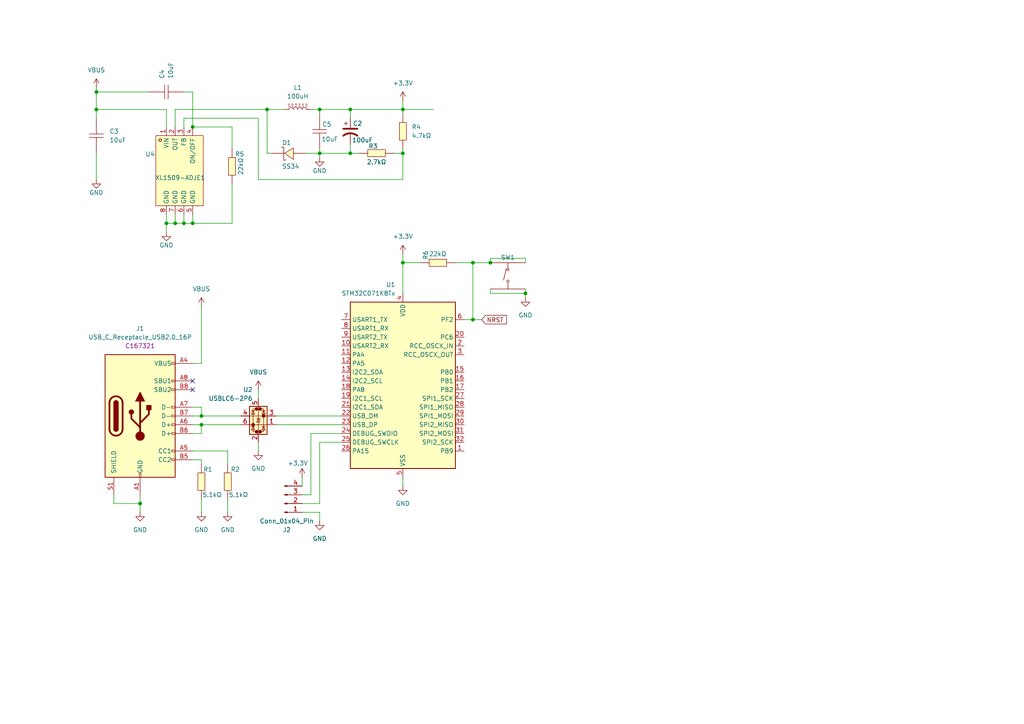
<source format=kicad_sch>
(kicad_sch (version 20250114) (generator "eeschema") (generator_version "9.0")
  (paper "A4")
  (lib_symbols
    (symbol "Connector:Conn_01x04_Pin" (pin_names (offset 1.016) (hide yes))
      (property "Reference" "J" (at 0 5.08 0))
      (property "Value" "Conn_01x04_Pin" (at 0 -7.62 0))
      (symbol "Conn_01x04_Pin_1_1"
        (rectangle (start 0.8636 2.667) (end 0 2.413) (stroke (width 0.1524)) (fill (type outline)))
        (rectangle (start 0.8636 0.127) (end 0 -0.127) (stroke (width 0.1524)) (fill (type outline)))
        (rectangle (start 0.8636 -2.413) (end 0 -2.667) (stroke (width 0.1524)) (fill (type outline)))
        (rectangle (start 0.8636 -4.953) (end 0 -5.207) (stroke (width 0.1524)) (fill (type outline)))
        (polyline (pts (xy 1.27 2.54) (xy 0.8636 2.54)) (stroke (width 0.1524)))
        (polyline (pts (xy 1.27 0) (xy 0.8636 0)) (stroke (width 0.1524)))
        (polyline (pts (xy 1.27 -2.54) (xy 0.8636 -2.54)) (stroke (width 0.1524)))
        (polyline (pts (xy 1.27 -5.08) (xy 0.8636 -5.08)) (stroke (width 0.1524)))
        (pin passive line (at 5.08 2.54 180) (length 3.81) (name "Pin_1") (number "1"))
        (pin passive line (at 5.08 0 180) (length 3.81) (name "Pin_2") (number "2"))
        (pin passive line (at 5.08 -2.54 180) (length 3.81) (name "Pin_3") (number "3"))
        (pin passive line (at 5.08 -5.08 180) (length 3.81) (name "Pin_4") (number "4"))
      )
    )
    (symbol "Device:L_Ferrite" (pin_numbers (hide yes)) (pin_names (offset 1.016) (hide yes))
      (property "Reference" "L" (at -1.27 0 90))
      (property "Value" "L_Ferrite" (at 2.794 0 90))
      (symbol "L_Ferrite_0_1"
        (arc (start 0 2.54) (mid 0.6323 1.905) (end 0 1.27))
        (arc (start 0 1.27) (mid 0.6323 0.635) (end 0 0))
        (arc (start 0 0) (mid 0.6323 -0.635) (end 0 -1.27))
        (arc (start 0 -1.27) (mid 0.6323 -1.905) (end 0 -2.54))
        (polyline (pts (xy 1.016 2.286) (xy 1.016 2.794)))
        (polyline (pts (xy 1.016 1.27) (xy 1.016 1.778)))
        (polyline (pts (xy 1.016 0.254) (xy 1.016 0.762)))
        (polyline (pts (xy 1.016 -0.762) (xy 1.016 -0.254)))
        (polyline (pts (xy 1.016 -1.778) (xy 1.016 -1.27)))
        (polyline (pts (xy 1.016 -2.794) (xy 1.016 -2.286)))
        (polyline (pts (xy 1.524 2.794) (xy 1.524 2.286)))
        (polyline (pts (xy 1.524 1.778) (xy 1.524 1.27)))
        (polyline (pts (xy 1.524 0.762) (xy 1.524 0.254)))
        (polyline (pts (xy 1.524 -0.254) (xy 1.524 -0.762)))
        (polyline (pts (xy 1.524 -1.27) (xy 1.524 -1.778)))
        (polyline (pts (xy 1.524 -2.286) (xy 1.524 -2.794)))
      )
      (symbol "L_Ferrite_1_1"
        (pin passive line (at 0 3.81 270) (length 1.27) (name "1") (number "1"))
        (pin passive line (at 0 -3.81 90) (length 1.27) (name "2") (number "2"))
      )
    )
    (symbol "MCU_ST_STM32C0:STM32C071K8Tx"
      (property "Reference" "U1" (at 2.1433 30.48 0))
      (property "Value" "STM32C071K8Tx" (at 2.1433 27.94 0))
      (symbol "STM32C071K8Tx_0_1"
        (rectangle (start -15.24 25.4) (end 15.24 -22.86) (stroke (width 0.254)) (fill (type background)))
      )
      (symbol "STM32C071K8Tx_1_1"
        (pin bidirectional line (at -17.78 20.32 0) (length 2.54) (name "PF2") (number "6") (alternate "" input line))
        (pin bidirectional line (at -17.78 15.24 0) (length 2.54) (name "PC6") (number "20"))
        (pin bidirectional line (at -17.78 12.7 0) (length 2.54) (name "PC14") (number "2") (alternate "I2C1_SDA" bidirectional line) (alternate "RCC_OSCX_IN" bidirectional line) (alternate "USART1_TX" bidirectional line))
        (pin bidirectional line (at -17.78 10.16 0) (length 2.54) (name "PC15") (number "3") (alternate "RCC_OSCX_OUT" bidirectional line))
        (pin bidirectional line (at -17.78 5.08 0) (length 2.54) (name "PB0") (number "15"))
        (pin bidirectional line (at -17.78 2.54 0) (length 2.54) (name "PB1") (number "16"))
        (pin bidirectional line (at -17.78 0 0) (length 2.54) (name "PB2") (number "17") (alternate "SPI2_MISO" bidirectional line) (alternate "USART1_RX" bidirectional line))
        (pin bidirectional line (at -17.78 -2.54 0) (length 2.54) (name "PB3") (number "27") (alternate "I2C2_SCL" bidirectional line) (alternate "SPI1_SCK" bidirectional line))
        (pin bidirectional line (at -17.78 -5.08 0) (length 2.54) (name "PB4") (number "28") (alternate "I2C2_SDA" bidirectional line) (alternate "SPI1_MISO" bidirectional line))
        (pin bidirectional line (at -17.78 -7.62 0) (length 2.54) (name "PB5") (number "29") (alternate "SPI1_MOSI" bidirectional line))
        (pin bidirectional line (at -17.78 -10.16 0) (length 2.54) (name "PB6") (number "30") (alternate "I2C1_SCL" bidirectional line) (alternate "SPI1_MISO" bidirectional line) (alternate "SPI1_MOSI" bidirectional line) (alternate "SPI1_SCK" bidirectional line) (alternate "SPI2_MISO" bidirectional line) (alternate "USART1_TX" bidirectional line))
        (pin bidirectional line (at -17.78 -12.7 0) (length 2.54) (name "PB7") (number "31") (alternate "I2C1_SCL" bidirectional line) (alternate "I2C1_SDA" bidirectional line) (alternate "SPI2_MOSI" bidirectional line) (alternate "USART1_RX" bidirectional line))
        (pin bidirectional line (at -17.78 -15.24 0) (length 2.54) (name "PB8") (number "32") (alternate "I2C1_SCL" bidirectional line) (alternate "SPI2_SCK" bidirectional line))
        (pin bidirectional line (at -17.78 -17.78 0) (length 2.54) (name "PB9") (number "1") (alternate "I2C1_SDA" bidirectional line))
        (pin power_in line (at 0 27.94 270) (length 2.54) (name "VDD") (number "4"))
        (pin power_in line (at 0 -25.4 90) (length 2.54) (name "VSS") (number "5"))
        (pin bidirectional line (at 17.78 20.32 180) (length 2.54) (name "PA0") (number "7") (alternate "SPI2_SCK" bidirectional line) (alternate "USART1_TX" bidirectional line))
        (pin bidirectional line (at 17.78 17.78 180) (length 2.54) (name "PA1") (number "8") (alternate "SPI1_SCK" bidirectional line) (alternate "USART1_RX" bidirectional line))
        (pin bidirectional line (at 17.78 15.24 180) (length 2.54) (name "PA2") (number "9") (alternate "SPI1_MOSI" bidirectional line) (alternate "USART2_TX" bidirectional line))
        (pin bidirectional line (at 17.78 12.7 180) (length 2.54) (name "PA3") (number "10") (alternate "SPI2_MISO" bidirectional line) (alternate "USART2_RX" bidirectional line))
        (pin bidirectional line (at 17.78 10.16 180) (length 2.54) (name "PA4") (number "11") (alternate "SPI2_MOSI" bidirectional line) (alternate "USART2_TX" bidirectional line))
        (pin bidirectional line (at 17.78 7.62 180) (length 2.54) (name "PA5") (number "12") (alternate "SPI1_SCK" bidirectional line) (alternate "USART2_RX" bidirectional line))
        (pin bidirectional line (at 17.78 5.08 180) (length 2.54) (name "PA6") (number "13") (alternate "I2C2_SDA" bidirectional line) (alternate "SPI1_MISO" bidirectional line))
        (pin bidirectional line (at 17.78 2.54 180) (length 2.54) (name "PA7") (number "14") (alternate "I2C2_SCL" bidirectional line) (alternate "SPI1_MOSI" bidirectional line))
        (pin bidirectional line (at 17.78 0 180) (length 2.54) (name "PA8") (number "18") (alternate "SPI2_MISO" bidirectional line) (alternate "USART1_RX" bidirectional line) (alternate "USART2_TX" bidirectional line))
        (pin bidirectional line (at 17.78 -2.54 180) (length 2.54) (name "PA9") (number "19") (alternate "I2C1_SCL" bidirectional line) (alternate "I2C2_SCL" bidirectional line) (alternate "SPI2_MISO" bidirectional line) (alternate "USART1_TX" bidirectional line))
        (pin bidirectional line (at 17.78 -5.08 180) (length 2.54) (name "PA10") (number "21") (alternate "I2C1_SDA" bidirectional line) (alternate "I2C2_SDA" bidirectional line) (alternate "SPI2_MOSI" bidirectional line) (alternate "USART1_RX" bidirectional line))
        (pin bidirectional line (at 17.78 -7.62 180) (length 2.54) (name "PA11") (number "22") (alternate "I2C2_SCL" bidirectional line) (alternate "SPI1_MISO" bidirectional line) (alternate "USB_DM" bidirectional line))
        (pin bidirectional line (at 17.78 -10.16 180) (length 2.54) (name "PA12") (number "23") (alternate "I2C2_SDA" bidirectional line) (alternate "SPI1_MOSI" bidirectional line) (alternate "USB_DP" bidirectional line))
        (pin bidirectional line (at 17.78 -12.7 180) (length 2.54) (name "PA13") (number "24") (alternate "DEBUG_SWDIO" bidirectional line) (alternate "USART2_RX" bidirectional line))
        (pin bidirectional line (at 17.78 -15.24 180) (length 2.54) (name "PA14") (number "25") (alternate "DEBUG_SWCLK" bidirectional line) (alternate "USART2_RX" bidirectional line) (alternate "USART2_TX" bidirectional line))
        (pin bidirectional line (at 17.78 -17.78 180) (length 2.54) (name "PA15") (number "26") (alternate "USART2_RX" bidirectional line))
      )
    )
    (symbol "Power_Protection:USBLC6-2P6" (pin_names (hide yes))
      (property "Reference" "U2" (at 1.6511 7.62 0))
      (property "Value" "USBLC6-2P6" (at 1.6511 5.08 0))
      (symbol "USBLC6-2P6_0_0"
        (circle (center -1.524 0) (radius 0.0001) (stroke (width 0.508)))
        (circle (center -0.508 2.032) (radius 0.0001) (stroke (width 0.508)))
        (circle (center -0.508 -4.572) (radius 0.0001) (stroke (width 0.508)))
        (circle (center 0.508 2.032) (radius 0.0001) (stroke (width 0.508)))
        (circle (center 0.508 -4.572) (radius 0.0001) (stroke (width 0.508)))
        (circle (center 1.524 -2.54) (radius 0.0001) (stroke (width 0.508)))
      )
      (symbol "USBLC6-2P6_0_1"
        (polyline (pts (xy -2.54 0) (xy 2.54 0)))
        (polyline (pts (xy -2.54 -2.54) (xy 2.54 -2.54)))
        (polyline (pts (xy -2.032 0.508) (xy -1.016 0.508) (xy -1.524 1.524) (xy -2.032 0.508)))
        (polyline (pts (xy -2.032 -3.048) (xy -1.016 -3.048)))
        (polyline (pts (xy -1.016 1.524) (xy -2.032 1.524)))
        (polyline (pts (xy -1.016 -4.064) (xy -2.032 -4.064) (xy -1.524 -3.048) (xy -1.016 -4.064)))
        (polyline (pts (xy -0.508 -1.143) (xy -0.508 -0.762) (xy 0.508 -0.762)))
        (polyline (pts (xy 0 2.54) (xy -0.508 2.032) (xy 0.508 2.032) (xy 0 1.524) (xy 0 -4.064) (xy -0.508 -4.572) (xy 0.508 -4.572) (xy 0 -5.08)))
        (polyline (pts (xy 0.508 -1.778) (xy -0.508 -1.778) (xy 0 -0.762) (xy 0.508 -1.778)))
        (polyline (pts (xy 1.016 1.524) (xy 2.032 1.524)))
        (polyline (pts (xy 1.016 -3.048) (xy 2.032 -3.048)))
        (polyline (pts (xy 2.032 0.508) (xy 1.016 0.508) (xy 1.524 1.524) (xy 2.032 0.508)))
        (polyline (pts (xy 2.032 -4.064) (xy 1.016 -4.064) (xy 1.524 -3.048) (xy 2.032 -4.064)))
      )
      (symbol "USBLC6-2P6_1_1"
        (rectangle (start -2.54 2.794) (end 2.54 -5.334) (stroke (width 0.254)) (fill (type background)))
        (polyline (pts (xy -0.508 2.032) (xy -1.524 2.032) (xy -1.524 -4.572) (xy -0.508 -4.572)))
        (polyline (pts (xy 0.508 -4.572) (xy 1.524 -4.572) (xy 1.524 2.032) (xy 0.508 2.032)))
        (pin passive line (at -5.08 0 0) (length 2.54) (name "I/O2") (number "3"))
        (pin passive line (at -5.08 -2.54 0) (length 2.54) (name "I/O1") (number "1"))
        (pin passive line (at 0 5.08 270) (length 2.54) (name "VBUS") (number "5"))
        (pin passive line (at 0 -7.62 90) (length 2.54) (name "GND") (number "2"))
        (pin passive line (at 5.08 0 180) (length 2.54) (name "I/O2") (number "4"))
        (pin passive line (at 5.08 -2.54 180) (length 2.54) (name "I/O1") (number "6"))
      )
    )
    (symbol "jlcbasic:100uF-Tantalum" (pin_numbers (hide yes)) (pin_names (hide yes))
      (property "Reference" "C" (at 0 3.302 0))
      (property "Value" "100uF" (at 0 -3.302 0))
      (symbol "100uF-Tantalum_0_1"
        (polyline (pts (xy -2.032 0.762) (xy 2.032 0.762)) (stroke (width 0.508)))
        (polyline (pts (xy -1.778 2.286) (xy -0.762 2.286)))
        (polyline (pts (xy -1.27 1.778) (xy -1.27 2.794)))
        (arc (start -2.032 -1.27) (mid 0 -0.5572) (end 2.032 -1.27) (stroke (width 0.508)))
      )
      (symbol "100uF-Tantalum_1_1"
        (pin passive line (at 0 3.81 270) (length 2.794) (name "~") (number "1"))
        (pin passive line (at 0 -3.81 90) (length 3.302) (name "~") (number "2"))
      )
    )
    (symbol "jlcbasic:10uF-1206" (pin_numbers (hide yes)) (pin_names (hide yes))
      (property "Reference" "C" (at 0 2.54 0))
      (property "Value" "10uF" (at 0 -2.54 0))
      (symbol "10uF-1206_0_1"
        (polyline (pts (xy -0.51 0) (xy -2.54 0)))
        (polyline (pts (xy -0.51 -2.03) (xy -0.51 2.03)))
        (polyline (pts (xy 0.51 2.03) (xy 0.51 -2.03)))
        (polyline (pts (xy 2.54 0) (xy 0.51 0)))
        (pin unspecified line (at -5.08 0 0) (length 2.54) (name "1") (number "1"))
        (pin unspecified line (at 5.08 0 180) (length 2.54) (name "2") (number "2"))
      )
    )
    (symbol "jlcbasic:2.7kΩ-0805" (pin_numbers (hide yes)) (pin_names (hide yes))
      (property "Reference" "R" (at 0 2.54 0))
      (property "Value" "2.7kΩ" (at 0 -2.54 0))
      (symbol "2.7kΩ-0805_0_1"
        (rectangle (start -2.54 1.02) (end 2.54 -1.02) (fill (type background)))
        (pin input line (at -5.08 0 0) (length 2.54) (name "1") (number "1"))
        (pin input line (at 5.08 0 180) (length 2.54) (name "2") (number "2"))
      )
    )
    (symbol "jlcbasic:22kΩ-0805" (pin_numbers (hide yes)) (pin_names (hide yes))
      (property "Reference" "R" (at 0 2.54 0))
      (property "Value" "22kΩ" (at 0 -2.54 0))
      (symbol "22kΩ-0805_0_1"
        (rectangle (start -2.54 1.02) (end 2.54 -1.02) (fill (type background)))
        (pin input line (at -5.08 0 0) (length 2.54) (name "1") (number "1"))
        (pin input line (at 5.08 0 180) (length 2.54) (name "2") (number "2"))
      )
    )
    (symbol "jlcbasic:4.7kΩ-0805" (pin_numbers (hide yes)) (pin_names (hide yes))
      (property "Reference" "R" (at 0 2.54 0))
      (property "Value" "4.7kΩ" (at 0 -2.54 0))
      (symbol "4.7kΩ-0805_0_1"
        (rectangle (start -2.54 1.02) (end 2.54 -1.02) (fill (type background)))
        (pin input line (at -5.08 0 0) (length 2.54) (name "1") (number "1"))
        (pin input line (at 5.08 0 180) (length 2.54) (name "2") (number "2"))
      )
    )
    (symbol "jlcbasic:5.1kΩ-0805" (pin_numbers (hide yes)) (pin_names (hide yes))
      (property "Reference" "R" (at 0 2.54 0))
      (property "Value" "5.1kΩ" (at 0 -2.54 0))
      (symbol "5.1kΩ-0805_0_1"
        (rectangle (start -2.54 1.02) (end 2.54 -1.02) (fill (type background)))
        (pin input line (at -5.08 0 0) (length 2.54) (name "1") (number "1"))
        (pin input line (at 5.08 0 180) (length 2.54) (name "2") (number "2"))
      )
    )
    (symbol "jlcbasic:SS34_C8678" (pin_numbers (hide yes)) (pin_names (hide yes))
      (property "Reference" "D" (at -1.016 3.048 0))
      (property "Value" "SS34" (at -0.254 -3.556 0))
      (symbol "SS34_C8678_0_1"
        (polyline (pts (xy -2.03 1.52) (xy -2.03 1.78) (xy -1.52 1.78) (xy -1.52 -2.03) (xy -1.02 -2.03) (xy -1.02 -1.78)))
        (polyline (pts (xy 1.27 1.52) (xy -1.27 0) (xy 1.27 -1.78) (xy 1.27 1.52)) (fill (type background)))
        (pin unspecified line (at -5.08 0 0) (length 3.81) (name "K") (number "1"))
        (pin unspecified line (at 5.08 0 180) (length 3.81) (name "A") (number "2"))
      )
    )
    (symbol "jlcbasic:TS-1187A-B-A-B" (pin_numbers (hide yes)) (pin_names (hide yes))
      (property "Reference" "SW" (at 0 4.064 0))
      (property "Value" "TS-1187A-B-A-B" (at -0.254 -7.112 0))
      (symbol "TS-1187A-B-A-B_0_1"
        (polyline (pts (xy -2.54 2.54) (xy 2.54 2.54)))
        (polyline (pts (xy -2.54 -5.08) (xy 2.54 -5.08)))
        (polyline (pts (xy -0.51 0.76) (xy -1.27 -2.54)))
        (polyline (pts (xy 0 0.76) (xy 0 2.54)))
        (circle (center 0 0.51) (radius 0.32))
        (circle (center 0 -2.79) (radius 0.32))
        (polyline (pts (xy 0 -3.3) (xy 0 -5.08)))
        (pin unspecified line (at -5.08 2.54 0) (length 2.54) (name "A") (number "1"))
        (pin unspecified line (at -5.08 -5.08 0) (length 2.54) (name "C") (number "3"))
        (pin unspecified line (at 5.08 2.54 180) (length 2.54) (name "B") (number "2"))
        (pin unspecified line (at 5.08 -5.08 180) (length 2.54) (name "D") (number "4"))
      )
    )
    (symbol "jlcpreferred:XL1509-ADJE1"
      (property "Reference" "U" (at 0 8.89 0))
      (property "Value" "XL1509-ADJE1" (at 0 -8.89 0))
      (symbol "XL1509-ADJE1_0_1"
        (rectangle (start -10.16 6.86) (end 10.16 -6.86) (fill (type background)))
        (circle (center -8.89 5.59) (radius 0.38))
        (circle (center -8.89 5.59) (radius 0.38))
        (pin unspecified line (at -12.7 3.81 0) (length 2.54) (name "VIN") (number "1"))
        (pin unspecified line (at -12.7 1.27 0) (length 2.54) (name "OUT") (number "2"))
        (pin unspecified line (at -12.7 -1.27 0) (length 2.54) (name "FB") (number "3"))
        (pin unspecified line (at -12.7 -3.81 0) (length 2.54) (name "ON/OFF") (number "4"))
        (pin unspecified line (at 12.7 3.81 180) (length 2.54) (name "GND") (number "8"))
        (pin unspecified line (at 12.7 1.27 180) (length 2.54) (name "GND") (number "7"))
        (pin unspecified line (at 12.7 -1.27 180) (length 2.54) (name "GND") (number "6"))
        (pin unspecified line (at 12.7 -3.81 180) (length 2.54) (name "GND") (number "5"))
      )
    )
    (symbol "power:+3.3V" (power) (pin_numbers (hide yes)) (pin_names (offset 0) (hide yes))
      (property "Value" "+3.3V" (at 0 3.556 0))
      (symbol "+3.3V_0_1"
        (polyline (pts (xy -0.762 1.27) (xy 0 2.54)))
        (polyline (pts (xy 0 2.54) (xy 0.762 1.27)))
        (polyline (pts (xy 0 0) (xy 0 2.54)))
      )
      (symbol "+3.3V_1_1"
        (pin power_in line (at 0 0 90) (length 0) (name "~") (number "1"))
      )
    )
    (symbol "power:GND" (power) (pin_numbers (hide yes)) (pin_names (offset 0) (hide yes))
      (property "Value" "GND" (at 0 -3.81 0))
      (symbol "GND_0_1"
        (polyline (pts (xy 0 0) (xy 0 -1.27) (xy 1.27 -1.27) (xy 0 -2.54) (xy -1.27 -1.27) (xy 0 -1.27)))
      )
      (symbol "GND_1_1"
        (pin power_in line (at 0 0 270) (length 0) (name "~") (number "1"))
      )
    )
    (symbol "power:VBUS" (power) (pin_numbers (hide yes)) (pin_names (offset 0) (hide yes))
      (property "Value" "VBUS" (at 0 3.556 0))
      (symbol "VBUS_0_1"
        (polyline (pts (xy -0.762 1.27) (xy 0 2.54)))
        (polyline (pts (xy 0 2.54) (xy 0.762 1.27)))
        (polyline (pts (xy 0 0) (xy 0 2.54)))
      )
      (symbol "VBUS_1_1"
        (pin power_in line (at 0 0 90) (length 0) (name "~") (number "1"))
      )
    )
    (symbol "project:USB_C_Receptacle_USB2.0_16P" (pin_names (offset 1.016))
      (property "Reference" "J1" (at 0 22.86 0))
      (property "Value" "USB_C_Receptacle_USB2.0_16P" (at 0 20.32 0))
      (symbol "USB_C_Receptacle_USB2.0_16P_0_0"
        (rectangle (start -0.254 -17.78) (end 0.254 -16.764))
        (rectangle (start 9.144 -9.906) (end 10.16 -10.414))
        (rectangle (start 10.16 15.494) (end 9.144 14.986))
        (rectangle (start 10.16 10.414) (end 9.144 9.906))
        (rectangle (start 10.16 7.874) (end 9.144 7.366))
        (rectangle (start 10.16 2.794) (end 9.144 2.286))
        (rectangle (start 10.16 0.254) (end 9.144 -0.254))
        (rectangle (start 10.16 -2.286) (end 9.144 -2.794))
        (rectangle (start 10.16 -4.826) (end 9.144 -5.334))
        (rectangle (start 10.16 -12.446) (end 9.144 -12.954))
      )
      (symbol "USB_C_Receptacle_USB2.0_16P_0_1"
        (rectangle (start -10.16 17.78) (end 10.16 -17.78) (stroke (width 0.254)) (fill (type background)))
        (polyline (pts (xy -8.89 -3.81) (xy -8.89 3.81)) (stroke (width 0.508)))
        (rectangle (start -7.62 -3.81) (end -6.35 3.81) (stroke (width 0.254)) (fill (type outline)))
        (arc (start -7.62 3.81) (mid -6.985 4.4423) (end -6.35 3.81) (stroke (width 0.254)))
        (arc (start -7.62 3.81) (mid -6.985 4.4423) (end -6.35 3.81) (stroke (width 0.254)) (fill (type outline)))
        (arc (start -8.89 3.81) (mid -6.985 5.7067) (end -5.08 3.81) (stroke (width 0.508)))
        (arc (start -5.08 -3.81) (mid -6.985 -5.7067) (end -8.89 -3.81) (stroke (width 0.508)))
        (arc (start -6.35 -3.81) (mid -6.985 -4.4423) (end -7.62 -3.81) (stroke (width 0.254)))
        (arc (start -6.35 -3.81) (mid -6.985 -4.4423) (end -7.62 -3.81) (stroke (width 0.254)) (fill (type outline)))
        (polyline (pts (xy -5.08 3.81) (xy -5.08 -3.81)) (stroke (width 0.508)))
        (circle (center -2.54 1.143) (radius 0.635) (stroke (width 0.254)) (fill (type outline)))
        (polyline (pts (xy -1.27 4.318) (xy 0 6.858) (xy 1.27 4.318) (xy -1.27 4.318)) (stroke (width 0.254)) (fill (type outline)))
        (polyline (pts (xy 0 -2.032) (xy 2.54 0.508) (xy 2.54 1.778)) (stroke (width 0.508)))
        (polyline (pts (xy 0 -3.302) (xy -2.54 -0.762) (xy -2.54 0.508)) (stroke (width 0.508)))
        (polyline (pts (xy 0 -5.842) (xy 0 4.318)) (stroke (width 0.508)))
        (circle (center 0 -5.842) (radius 1.27) (fill (type outline)))
        (rectangle (start 1.905 1.778) (end 3.175 3.048) (stroke (width 0.254)) (fill (type outline)))
      )
      (symbol "USB_C_Receptacle_USB2.0_16P_1_1"
        (pin passive line (at -7.62 -22.86 90) (length 5.08) (name "SHIELD") (number "S1"))
        (pin passive line (at 0 -22.86 90) (length 5.08) (name "GND") (number "A1"))
        (pin passive line (at 0 -22.86 90) (length 5.08) (hide yes) (name "GND") (number "A12"))
        (pin passive line (at 0 -22.86 90) (length 5.08) (hide yes) (name "GND") (number "B1"))
        (pin passive line (at 0 -22.86 90) (length 5.08) (hide yes) (name "GND") (number "B12"))
        (pin passive line (at 15.24 15.24 180) (length 5.08) (name "VBUS") (number "A4"))
        (pin passive line (at 15.24 15.24 180) (length 5.08) (hide yes) (name "VBUS") (number "A9"))
        (pin passive line (at 15.24 15.24 180) (length 5.08) (hide yes) (name "VBUS") (number "B4"))
        (pin passive line (at 15.24 15.24 180) (length 5.08) (hide yes) (name "VBUS") (number "B9"))
        (pin bidirectional line (at 15.24 10.16 180) (length 5.08) (name "SBU1") (number "A8"))
        (pin bidirectional line (at 15.24 7.62 180) (length 5.08) (name "SBU2") (number "B8"))
        (pin bidirectional line (at 15.24 2.54 180) (length 5.08) (name "D-") (number "A7"))
        (pin bidirectional line (at 15.24 0 180) (length 5.08) (name "D-") (number "B7"))
        (pin bidirectional line (at 15.24 -2.54 180) (length 5.08) (name "D+") (number "A6"))
        (pin bidirectional line (at 15.24 -5.08 180) (length 5.08) (name "D+") (number "B6"))
        (pin bidirectional line (at 15.24 -10.16 180) (length 5.08) (name "CC1") (number "A5"))
        (pin bidirectional line (at 15.24 -12.7 180) (length 5.08) (name "CC2") (number "B5"))
      )
    )
  )
  (junction (at 101.6 44.45))
  (junction (at 101.6 31.75))
  (junction (at 92.71 44.45))
  (junction (at 50.8 64.77))
  (junction (at 116.84 31.75))
  (junction (at 137.16 92.71))
  (junction (at 40.64 146.05))
  (junction (at 152.4 85.09))
  (junction (at 92.71 31.75))
  (junction (at 48.26 64.77))
  (junction (at 137.16 76.2))
  (junction (at 77.47 31.75))
  (junction (at 27.94 26.67))
  (junction (at 142.24 76.2))
  (junction (at 53.34 64.77))
  (junction (at 58.42 120.65))
  (junction (at 116.84 44.45))
  (junction (at 27.94 31.75))
  (junction (at 116.84 76.2))
  (junction (at 58.42 123.19))
  (junction (at 55.88 64.77))
  (junction (at 55.88 36.83))
  (no_connect (at 55.88 110.49))
  (no_connect (at 55.88 113.03))
  (wire (pts (xy 116.84 73.66) (xy 116.84 76.2)))
  (wire (pts (xy 55.88 123.19) (xy 58.42 123.19)))
  (wire (pts (xy 152.4 74.93) (xy 152.4 76.2)))
  (wire (pts (xy 55.88 133.35) (xy 58.42 133.35)))
  (wire (pts (xy 137.16 92.71) (xy 137.16 76.2)))
  (wire (pts (xy 74.93 113.03) (xy 74.93 115.57)))
  (wire (pts (xy 58.42 118.11) (xy 58.42 120.65)))
  (wire (pts (xy 142.24 85.09) (xy 142.24 83.82)))
  (wire (pts (xy 50.8 31.75) (xy 50.8 36.83)))
  (wire (pts (xy 152.4 83.82) (xy 152.4 85.09)))
  (wire (pts (xy 92.71 43.18) (xy 92.71 44.45)))
  (wire (pts (xy 92.71 146.05) (xy 87.63 146.05)))
  (wire (pts (xy 92.71 151.13) (xy 92.71 148.59)))
  (wire (pts (xy 66.04 144.78) (xy 66.04 148.59)))
  (wire (pts (xy 152.4 85.09) (xy 142.24 85.09)))
  (wire (pts (xy 80.01 123.19) (xy 99.06 123.19)))
  (wire (pts (xy 74.93 128.27) (xy 74.93 130.81)))
  (wire (pts (xy 67.31 36.83) (xy 67.31 43.18)))
  (wire (pts (xy 80.01 120.65) (xy 99.06 120.65)))
  (wire (pts (xy 77.47 31.75) (xy 77.47 44.45)))
  (wire (pts (xy 137.16 76.2) (xy 142.24 76.2)))
  (wire (pts (xy 116.84 76.2) (xy 121.92 76.2)))
  (wire (pts (xy 43.18 26.67) (xy 27.94 26.67)))
  (wire (pts (xy 99.06 128.27) (xy 92.71 128.27)))
  (wire (pts (xy 53.34 64.77) (xy 55.88 64.77)))
  (wire (pts (xy 33.02 146.05) (xy 33.02 143.51)))
  (wire (pts (xy 116.84 44.45) (xy 116.84 43.18)))
  (wire (pts (xy 55.88 105.41) (xy 58.42 105.41)))
  (wire (pts (xy 48.26 31.75) (xy 48.26 36.83)))
  (wire (pts (xy 55.88 118.11) (xy 58.42 118.11)))
  (wire (pts (xy 55.88 62.23) (xy 55.88 64.77)))
  (wire (pts (xy 101.6 31.75) (xy 116.84 31.75)))
  (wire (pts (xy 92.71 44.45) (xy 92.71 45.72)))
  (wire (pts (xy 132.08 76.2) (xy 137.16 76.2)))
  (wire (pts (xy 40.64 146.05) (xy 33.02 146.05)))
  (wire (pts (xy 92.71 31.75) (xy 92.71 33.02)))
  (wire (pts (xy 58.42 123.19) (xy 69.85 123.19)))
  (wire (pts (xy 58.42 133.35) (xy 58.42 134.62)))
  (wire (pts (xy 134.62 92.71) (xy 137.16 92.71)))
  (wire (pts (xy 90.17 31.75) (xy 92.71 31.75)))
  (wire (pts (xy 101.6 44.45) (xy 92.71 44.45)))
  (wire (pts (xy 116.84 29.21) (xy 116.84 31.75)))
  (wire (pts (xy 50.8 64.77) (xy 53.34 64.77)))
  (wire (pts (xy 55.88 36.83) (xy 55.88 26.67)))
  (wire (pts (xy 101.6 44.45) (xy 104.14 44.45)))
  (wire (pts (xy 27.94 26.67) (xy 27.94 31.75)))
  (wire (pts (xy 27.94 34.29) (xy 27.94 31.75)))
  (wire (pts (xy 92.71 31.75) (xy 101.6 31.75)))
  (wire (pts (xy 101.6 34.29) (xy 101.6 31.75)))
  (wire (pts (xy 58.42 120.65) (xy 69.85 120.65)))
  (wire (pts (xy 90.17 143.51) (xy 90.17 125.73)))
  (wire (pts (xy 66.04 134.62) (xy 66.04 130.81)))
  (wire (pts (xy 116.84 33.02) (xy 116.84 31.75)))
  (wire (pts (xy 53.34 34.29) (xy 53.34 36.83)))
  (wire (pts (xy 55.88 36.83) (xy 67.31 36.83)))
  (wire (pts (xy 27.94 25.4) (xy 27.94 26.67)))
  (wire (pts (xy 55.88 130.81) (xy 66.04 130.81)))
  (wire (pts (xy 27.94 31.75) (xy 48.26 31.75)))
  (wire (pts (xy 74.93 52.07) (xy 116.84 52.07)))
  (wire (pts (xy 116.84 52.07) (xy 116.84 44.45)))
  (wire (pts (xy 88.9 44.45) (xy 92.71 44.45)))
  (wire (pts (xy 114.3 44.45) (xy 116.84 44.45)))
  (wire (pts (xy 87.63 138.43) (xy 87.63 140.97)))
  (wire (pts (xy 142.24 76.2) (xy 142.24 74.93)))
  (wire (pts (xy 74.93 34.29) (xy 53.34 34.29)))
  (wire (pts (xy 48.26 64.77) (xy 48.26 67.31)))
  (wire (pts (xy 87.63 143.51) (xy 90.17 143.51)))
  (wire (pts (xy 137.16 92.71) (xy 139.7 92.71)))
  (wire (pts (xy 67.31 53.34) (xy 67.31 64.77)))
  (wire (pts (xy 87.63 148.59) (xy 92.71 148.59)))
  (wire (pts (xy 58.42 144.78) (xy 58.42 148.59)))
  (wire (pts (xy 142.24 74.93) (xy 152.4 74.93)))
  (wire (pts (xy 40.64 143.51) (xy 40.64 146.05)))
  (wire (pts (xy 58.42 88.9) (xy 58.42 105.41)))
  (wire (pts (xy 92.71 128.27) (xy 92.71 146.05)))
  (wire (pts (xy 101.6 44.45) (xy 101.6 41.91)))
  (wire (pts (xy 58.42 123.19) (xy 58.42 125.73)))
  (wire (pts (xy 40.64 146.05) (xy 40.64 148.59)))
  (wire (pts (xy 48.26 62.23) (xy 48.26 64.77)))
  (wire (pts (xy 53.34 26.67) (xy 55.88 26.67)))
  (wire (pts (xy 116.84 138.43) (xy 116.84 140.97)))
  (wire (pts (xy 116.84 76.2) (xy 116.84 85.09)))
  (wire (pts (xy 48.26 64.77) (xy 50.8 64.77)))
  (wire (pts (xy 50.8 62.23) (xy 50.8 64.77)))
  (wire (pts (xy 77.47 31.75) (xy 82.55 31.75)))
  (wire (pts (xy 53.34 62.23) (xy 53.34 64.77)))
  (wire (pts (xy 55.88 120.65) (xy 58.42 120.65)))
  (wire (pts (xy 78.74 44.45) (xy 77.47 44.45)))
  (wire (pts (xy 125.73 31.75) (xy 116.84 31.75)))
  (wire (pts (xy 152.4 85.09) (xy 152.4 86.36)))
  (wire (pts (xy 27.94 44.45) (xy 27.94 52.07)))
  (wire (pts (xy 74.93 34.29) (xy 74.93 52.07)))
  (wire (pts (xy 67.31 64.77) (xy 55.88 64.77)))
  (wire (pts (xy 50.8 31.75) (xy 77.47 31.75)))
  (wire (pts (xy 55.88 125.73) (xy 58.42 125.73)))
  (wire (pts (xy 90.17 125.73) (xy 99.06 125.73)))
  (global_label "NRST" (shape input) (at 139.7 92.71 0) (property "Intersheetrefs" "${INTERSHEET_REFS}" (effects (hide yes))))
  (symbol (lib_id "power:+3.3V") (at 116.84 73.66 0) (unit 1)
    (property "Reference" "#PWR014" (effects (hide yes)))
    (property "Value" "+3.3V" (at 116.84 68.58 0))
    (property "Description" "Power symbol creates a global label with name \"+3.3V\"" (effects (hide yes)))
  )
  (symbol (lib_id "power:+3.3V") (at 116.84 29.21 0) (unit 1)
    (property "Reference" "#PWR013" (effects (hide yes)))
    (property "Value" "+3.3V" (at 116.84 24.13 0))
    (property "Description" "Power symbol creates a global label with name \"+3.3V\"" (effects (hide yes)))
  )
  (symbol (lib_id "power:GND") (at 116.84 140.97 0) (unit 1)
    (property "Reference" "#PWR05" (effects (hide yes)))
    (property "Value" "GND" (at 116.84 146.05 0))
    (property "Description" "Power symbol creates a global label with name \"GND\" , ground" (effects (hide yes)))
  )
  (symbol (lib_id "jlcbasic:SS34_C8678") (at 83.82 44.45 0) (unit 1)
    (property "Reference" "D1" (at 81.788 41.402 0) (effects (justify left)))
    (property "Value" "SS34" (at 81.788 48.26 0) (effects (justify left)))
    (property "Footprint" "jlcbasic:SMA_L4.3-W2.6-LS5.2-RD" (effects (hide yes)))
    (property "Datasheet" "https://lcsc.com/product-detail/Schottky-Barrier-Diodes-SBD_SS34_C8678.html" (effects (hide yes)))
    (property "Description" "40V Independent Type 3A 550mV@3A SMA(DO-214AC) Schottky Diodes ROHS" (effects (hide yes)))
    (property "LCSC Part" "C8678" (effects (hide yes)))
    (property "PartNumber" "SS34_C8678" (effects (hide yes)))
  )
  (symbol (lib_id "power:GND") (at 27.94 52.07 0) (unit 1)
    (property "Reference" "#PWR012" (effects (hide yes)))
    (property "Value" "GND" (at 27.94 55.88 0))
    (property "Description" "Power symbol creates a global label with name \"GND\" , ground" (effects (hide yes)))
  )
  (symbol (lib_id "power:GND") (at 40.64 148.59 0) (unit 1)
    (property "Reference" "#PWR03" (effects (hide yes)))
    (property "Value" "GND" (at 40.64 153.67 0))
    (property "Description" "Power symbol creates a global label with name \"GND\" , ground" (effects (hide yes)))
  )
  (symbol (lib_id "power:VBUS") (at 58.42 88.9 0) (unit 1)
    (property "Reference" "#PWR01" (effects (hide yes)))
    (property "Value" "VBUS" (at 58.42 83.82 0))
    (property "Description" "Power symbol creates a global label with name \"VBUS\"" (effects (hide yes)))
  )
  (symbol (lib_id "MCU_ST_STM32C0:STM32C071K8Tx") (at 116.84 113.03 0) (mirror y) (unit 1)
    (property "Reference" "U1" (at 114.6967 82.55 0) (effects (justify left)))
    (property "Value" "STM32C071K8Tx" (at 114.6967 85.09 0) (effects (justify left)))
    (property "Footprint" "Package_QFP:LQFP-32_7x7mm_P0.8mm" (effects (hide yes)))
    (property "Datasheet" "https://www.st.com/resource/en/datasheet/stm32c071k8.pdf" (effects (hide yes)))
    (property "Description" "STMicroelectronics Arm Cortex-M0+ MCU, 64KB flash, 24KB RAM, 30 GPIO, LQFP32_GP" (effects (hide yes)))
    (pin "10" (alternate "USART2_RX"))
    (pin "9" (alternate "USART2_TX"))
    (pin "3" (alternate "RCC_OSCX_OUT"))
    (pin "8" (alternate "USART1_RX"))
    (pin "30" (alternate "SPI2_MISO"))
    (pin "7" (alternate "USART1_TX"))
    (pin "32" (alternate "SPI2_SCK"))
    (pin "31" (alternate "SPI2_MOSI"))
    (pin "6" (alternate "NRST"))
    (pin "23" (alternate "USB_DP"))
    (pin "19" (alternate "I2C1_SCL"))
    (pin "25" (alternate "DEBUG_SWCLK"))
    (pin "29" (alternate "SPI1_MOSI"))
    (pin "28" (alternate "SPI1_MISO"))
    (pin "24" (alternate "DEBUG_SWDIO"))
    (pin "13" (alternate "I2C2_SDA"))
    (pin "27" (alternate "SPI1_SCK"))
    (pin "2" (alternate "RCC_OSCX_IN"))
    (pin "22" (alternate "USB_DM"))
    (pin "14" (alternate "I2C2_SCL"))
    (pin "21" (alternate "I2C1_SDA"))
  )
  (symbol (lib_id "power:+3.3V") (at 87.63 138.43 0) (unit 1)
    (property "Reference" "#PWR015" (effects (hide yes)))
    (property "Value" "+3.3V" (at 86.36 134.366 0))
    (property "Description" "Power symbol creates a global label with name \"+3.3V\"" (effects (hide yes)))
  )
  (symbol (lib_id "power:GND") (at 152.4 86.36 0) (unit 1)
    (property "Reference" "#PWR016" (effects (hide yes)))
    (property "Value" "GND" (at 152.4 91.44 0))
    (property "Description" "Power symbol creates a global label with name \"GND\" , ground" (effects (hide yes)))
  )
  (symbol (lib_id "jlcbasic:22kΩ-0805") (at 127 76.2 0) (mirror x) (unit 1)
    (property "Reference" "R6" (at 123.444 72.644 90) (effects (justify left)))
    (property "Value" "22kΩ" (at 127 73.66 0))
    (property "Footprint" "jlcbasic:R0805" (effects (hide yes)))
    (property "Datasheet" "https://lcsc.com/product-detail/Chip-Resistor-Surface-Mount-UniOhm_22KR-2202-1_C17560.html" (effects (hide yes)))
    (property "Description" "125mW Thick Film Resistors 150V ±100ppm/℃ ±1% 22kΩ 0805 Chip Resistor - Surface Mount ROHS" (effects (hide yes)))
    (property "LCSC Part" "C17560" (effects (hide yes)))
    (property "PartNumber" "0805W8F2202T5E" (effects (hide yes)))
  )
  (symbol (lib_id "jlcbasic:5.1kΩ-0805") (at 66.04 139.7 90) (mirror x) (unit 1)
    (property "Reference" "R2" (at 69.596 136.144 90) (effects (justify left)))
    (property "Value" "5.1kΩ" (at 66.294 143.51 90) (effects (justify right)))
    (property "Footprint" "jlcbasic:R0805" (effects (hide yes)))
    (property "Datasheet" "https://lcsc.com/product-detail/Chip-Resistor-Surface-Mount-UniOhm_5-1KR-5101-1_C27834.html" (effects (hide yes)))
    (property "Description" "125mW Thick Film Resistors 150V ±100ppm/℃ ±1% 5.1kΩ 0805 Chip Resistor - Surface Mount ROHS" (effects (hide yes)))
    (property "LCSC Part" "C27834" (effects (hide yes)))
    (property "PartNumber" "0805W8F5101T5E" (effects (hide yes)))
  )
  (symbol (lib_id "power:VBUS") (at 74.93 113.03 0) (unit 1)
    (property "Reference" "#PWR02" (effects (hide yes)))
    (property "Value" "VBUS" (at 74.93 107.95 0))
    (property "Description" "Power symbol creates a global label with name \"VBUS\"" (effects (hide yes)))
  )
  (symbol (lib_id "jlcbasic:10uF-1206") (at 92.71 38.1 90) (unit 1)
    (property "Reference" "C5" (at 93.472 36.068 90) (effects (justify right)))
    (property "Value" "10uF" (at 93.218 40.386 90) (effects (justify right)))
    (property "Footprint" "jlcbasic:C1206" (effects (hide yes)))
    (property "Datasheet" "https://lcsc.com/product-detail/Multilayer-Ceramic-Capacitors-MLCC-SMD-SMT_SAMSUNG_CL31A106KBHNNNE_10uF-106-10-50V_C13585.html" (effects (hide yes)))
    (property "Description" "50V 10uF X5R ±10% 1206 Multilayer Ceramic Capacitors MLCC - SMD/SMT ROHS" (effects (hide yes)))
    (property "LCSC Part" "C13585" (effects (hide yes)))
    (property "PartNumber" "CL31A106KBHNNNE" (effects (hide yes)))
  )
  (symbol (lib_id "jlcbasic:22kΩ-0805") (at 67.31 48.26 90) (mirror x) (unit 1)
    (property "Reference" "R5" (at 70.866 44.704 90) (effects (justify left)))
    (property "Value" "22kΩ" (at 69.85 48.26 0))
    (property "Footprint" "jlcbasic:R0805" (effects (hide yes)))
    (property "Datasheet" "https://lcsc.com/product-detail/Chip-Resistor-Surface-Mount-UniOhm_22KR-2202-1_C17560.html" (effects (hide yes)))
    (property "Description" "125mW Thick Film Resistors 150V ±100ppm/℃ ±1% 22kΩ 0805 Chip Resistor - Surface Mount ROHS" (effects (hide yes)))
    (property "LCSC Part" "C17560" (effects (hide yes)))
    (property "PartNumber" "0805W8F2202T5E" (effects (hide yes)))
  )
  (symbol (lib_id "power:VBUS") (at 27.94 25.4 0) (unit 1)
    (property "Reference" "#PWR09" (effects (hide yes)))
    (property "Value" "VBUS" (at 27.94 20.32 0))
    (property "Description" "Power symbol creates a global label with name \"VBUS\"" (effects (hide yes)))
  )
  (symbol (lib_id "power:GND") (at 92.71 151.13 0) (unit 1)
    (property "Reference" "#PWR011" (effects (hide yes)))
    (property "Value" "GND" (at 92.71 156.21 0))
    (property "Description" "Power symbol creates a global label with name \"GND\" , ground" (effects (hide yes)))
  )
  (symbol (lib_id "jlcbasic:10uF-1206") (at 27.94 39.37 90) (unit 1)
    (property "Reference" "C3" (at 31.75 38.0999 90) (effects (justify right)))
    (property "Value" "10uF" (at 31.75 40.6399 90) (effects (justify right)))
    (property "Footprint" "jlcbasic:C1206" (effects (hide yes)))
    (property "Datasheet" "https://lcsc.com/product-detail/Multilayer-Ceramic-Capacitors-MLCC-SMD-SMT_SAMSUNG_CL31A106KBHNNNE_10uF-106-10-50V_C13585.html" (effects (hide yes)))
    (property "Description" "50V 10uF X5R ±10% 1206 Multilayer Ceramic Capacitors MLCC - SMD/SMT ROHS" (effects (hide yes)))
    (property "LCSC Part" "C13585" (effects (hide yes)))
    (property "PartNumber" "CL31A106KBHNNNE" (effects (hide yes)))
  )
  (symbol (lib_id "power:GND") (at 74.93 130.81 0) (unit 1)
    (property "Reference" "#PWR04" (effects (hide yes)))
    (property "Value" "GND" (at 74.93 135.89 0))
    (property "Description" "Power symbol creates a global label with name \"GND\" , ground" (effects (hide yes)))
  )
  (symbol (lib_id "Device:L_Ferrite") (at 86.36 31.75 90) (unit 1)
    (property "Reference" "L1" (at 86.36 25.4 90))
    (property "Value" "100uH" (at 86.36 27.94 90))
    (property "Footprint" "project:IND-SMD_L4.0-W4.0_SMNR4030" (effects (hide yes)))
    (property "Datasheet" "https://lcsc.com/product-detail/Power-Inductors_SXN-Shun-Xiang-Nuo-Elec-SMNR4030-101MT_C135278.html?s_z=n_inductor" (effects (hide yes)))
    (property "Description" "600mA 100uH Shielded Power Inductor ±20% 600mA SMD,4x4mm Power Inductors ROHS" (effects (hide yes)))
    (property "PartNumber" "SMNR4030-101MT" (effects (hide yes)))
    (property "LCSC Part" "C135278" (effects (hide yes)))
  )
  (symbol (lib_id "jlcbasic:100uF-Tantalum") (at 101.6 38.1 0) (unit 1)
    (property "Reference" "C2" (at 102.362 35.814 0) (effects (justify left)))
    (property "Value" "100uF" (at 102.108 40.64 0) (effects (justify left)))
    (property "Footprint" "jlcbasic:CASE-B_3528" (effects (hide yes)))
    (property "Datasheet" "https://lcsc.com/product-detail/Tantalum-Capacitors_AVX_TAJB107K006RNJ_100uF-107-10-6-3V_C16133.html" (effects (hide yes)))
    (property "Description" "100uF 6.3V 1.7Ω@100kHz ±10% CASE-B-3528-21(mm) Tantalum Capacitors ROHS" (effects (hide yes)))
    (property "LCSC Part" "C16133" (effects (hide yes)))
    (property "PartNumber" "TAJB107K006RNJ" (effects (hide yes)))
  )
  (symbol (lib_id "jlcbasic:2.7kΩ-0805") (at 109.22 44.45 0) (unit 1)
    (property "Reference" "R3" (at 108.204 42.418 0))
    (property "Value" "2.7kΩ" (at 109.22 46.99 0))
    (property "Footprint" "jlcbasic:R0805" (effects (hide yes)))
    (property "Datasheet" "https://lcsc.com/product-detail/Chip-Resistor-Surface-Mount-UniOhm_2-7KR-2701-1_C17530.html" (effects (hide yes)))
    (property "Description" "125mW Thick Film Resistors 150V ±100ppm/℃ ±1% 2.7kΩ 0805 Chip Resistor - Surface Mount ROHS" (effects (hide yes)))
    (property "LCSC Part" "C17530" (effects (hide yes)))
    (property "PartNumber" "0805W8F2701T5E" (effects (hide yes)))
  )
  (symbol (lib_id "power:GND") (at 48.26 67.31 0) (unit 1)
    (property "Reference" "#PWR010" (effects (hide yes)))
    (property "Value" "GND" (at 48.26 71.12 0))
    (property "Description" "Power symbol creates a global label with name \"GND\" , ground" (effects (hide yes)))
  )
  (symbol (lib_id "power:GND") (at 66.04 148.59 0) (unit 1)
    (property "Reference" "#PWR07" (effects (hide yes)))
    (property "Value" "GND" (at 66.04 153.67 0))
    (property "Description" "Power symbol creates a global label with name \"GND\" , ground" (effects (hide yes)))
  )
  (symbol (lib_id "power:GND") (at 58.42 148.59 0) (unit 1)
    (property "Reference" "#PWR06" (effects (hide yes)))
    (property "Value" "GND" (at 58.42 153.67 0))
    (property "Description" "Power symbol creates a global label with name \"GND\" , ground" (effects (hide yes)))
  )
  (symbol (lib_id "jlcbasic:4.7kΩ-0805") (at 116.84 38.1 90) (unit 1)
    (property "Reference" "R4" (at 119.38 36.8299 90) (effects (justify right)))
    (property "Value" "4.7kΩ" (at 119.38 39.3699 90) (effects (justify right)))
    (property "Footprint" "jlcbasic:R0805" (effects (hide yes)))
    (property "Datasheet" "https://lcsc.com/product-detail/Chip-Resistor-Surface-Mount-UniOhm_4-7KR-4701-1_C17673.html" (effects (hide yes)))
    (property "Description" "125mW Thick Film Resistors 150V ±100ppm/℃ ±1% 4.7kΩ 0805 Chip Resistor - Surface Mount ROHS" (effects (hide yes)))
    (property "LCSC Part" "C17673" (effects (hide yes)))
    (property "PartNumber" "0805W8F4701T5E" (effects (hide yes)))
  )
  (symbol (lib_id "jlcpreferred:XL1509-ADJE1") (at 52.07 49.53 90) (mirror x) (unit 1)
    (property "Reference" "U4" (at 42.164 44.704 90) (effects (justify right)))
    (property "Value" "XL1509-ADJE1" (at 44.958 51.562 90) (effects (justify right)))
    (property "Footprint" "jlcpreferred:SOIC-8_L5.0-W4.0-P1.27-LS6.0-BL" (effects (hide yes)))
    (property "Datasheet" "https://lcsc.com/product-detail/Linear-Voltage-Regulators_XL1509-ADJE1_C74192.html" (effects (hide yes)))
    (property "Description" "Step-down type 2A 4.5V~40V SOIC-8 DC-DC Converters ROHS" (effects (hide yes)))
    (property "LCSC Part" "C74192" (effects (hide yes)))
    (property "PartNumber" "XL1509-ADJE1" (effects (hide yes)))
  )
  (symbol (lib_id "project:USB_C_Receptacle_USB2.0_16P") (at 40.64 120.65 0) (unit 1)
    (property "Reference" "J1" (at 40.64 95.25 0))
    (property "Value" "USB_C_Receptacle_USB2.0_16P" (at 40.64 97.79 0))
    (property "Footprint" "project:USB-C-SMD_TYPE-C-USB-17" (effects (hide yes)))
    (property "Datasheet" "https://www.usb.org/sites/default/files/documents/usb_type-c.zip" (effects (hide yes)))
    (property "Description" "USB 2.0-only 16P Type-C Receptacle connector" (effects (hide yes)))
    (property "LCSC Part" "C167321" (at 40.64 100.33 0))
  )
  (symbol (lib_id "Connector:Conn_01x04_Pin") (at 82.55 146.05 0) (mirror x) (unit 1)
    (property "Reference" "J2" (at 83.185 153.67 0))
    (property "Value" "Conn_01x04_Pin" (at 83.185 151.13 0))
    (property "Footprint" "Connector_PinHeader_2.54mm:PinHeader_1x04_P2.54mm_Horizontal" (effects (hide yes)))
    (property "Description" "Generic connector, single row, 01x04, script generated" (effects (hide yes)))
  )
  (symbol (lib_id "jlcbasic:TS-1187A-B-A-B") (at 147.32 78.74 0) (unit 1)
    (property "Reference" "SW1" (at 147.32 74.676 0))
    (property "Value" "TS-1187A-B-A-B" (effects (hide yes)))
    (property "Footprint" "jlcbasic:SW-SMD_4P-L5.1-W5.1-P3.70-LS6.5-TL_H1.5" (effects (hide yes)))
    (property "Datasheet" "https://lcsc.com/product-detail/Tactile-Switches_XKB-Enterprise-TS-1187-B-A-A_C318884.html" (effects (hide yes)))
    (property "Description" "None Without 50mA 5.1mm 100000 Times 160gf 12V 5.1mm 1.5mm Round Button Standing paste SPST SMD Tactile Switches ROHS" (effects (hide yes)))
    (property "LCSC Part" "C318884" (effects (hide yes)))
    (property "PartNumber" "TS-1187A-B-A-B" (effects (hide yes)))
  )
  (symbol (lib_id "Power_Protection:USBLC6-2P6") (at 74.93 120.65 0) (mirror y) (unit 1)
    (property "Reference" "U2" (at 73.2789 113.03 0) (effects (justify left)))
    (property "Value" "USBLC6-2P6" (at 73.2789 115.57 0) (effects (justify left)))
    (property "Footprint" "Package_TO_SOT_SMD:SOT-666" (effects (hide yes)))
    (property "Datasheet" "https://www.st.com/resource/en/datasheet/usblc6-2.pdf" (effects (hide yes)))
    (property "Description" "Very low capacitance ESD protection diode, 2 data-line, SOT-666" (effects (hide yes)))
    (property "LCSC Part" "C15999" (effects (hide yes)))
  )
  (symbol (lib_id "power:GND") (at 92.71 45.72 0) (unit 1)
    (property "Reference" "#PWR08" (effects (hide yes)))
    (property "Value" "GND" (at 92.71 49.53 0))
    (property "Description" "Power symbol creates a global label with name \"GND\" , ground" (effects (hide yes)))
  )
  (symbol (lib_id "jlcbasic:5.1kΩ-0805") (at 58.42 139.7 270) (mirror x) (unit 1)
    (property "Reference" "R1" (at 58.928 136.144 90) (effects (justify left)))
    (property "Value" "5.1kΩ" (at 58.674 143.51 90) (effects (justify left)))
    (property "Footprint" "jlcbasic:R0805" (effects (hide yes)))
    (property "Datasheet" "https://lcsc.com/product-detail/Chip-Resistor-Surface-Mount-UniOhm_5-1KR-5101-1_C27834.html" (effects (hide yes)))
    (property "Description" "125mW Thick Film Resistors 150V ±100ppm/℃ ±1% 5.1kΩ 0805 Chip Resistor - Surface Mount ROHS" (effects (hide yes)))
    (property "LCSC Part" "C27834" (effects (hide yes)))
    (property "PartNumber" "0805W8F5101T5E" (effects (hide yes)))
  )
  (symbol (lib_id "jlcbasic:10uF-1206") (at 48.26 26.67 180) (unit 1)
    (property "Reference" "C4" (at 46.9899 22.86 90) (effects (justify right)))
    (property "Value" "10uF" (at 49.5299 22.86 90) (effects (justify right)))
    (property "Footprint" "jlcbasic:C1206" (effects (hide yes)))
    (property "Datasheet" "https://lcsc.com/product-detail/Multilayer-Ceramic-Capacitors-MLCC-SMD-SMT_SAMSUNG_CL31A106KBHNNNE_10uF-106-10-50V_C13585.html" (effects (hide yes)))
    (property "Description" "50V 10uF X5R ±10% 1206 Multilayer Ceramic Capacitors MLCC - SMD/SMT ROHS" (effects (hide yes)))
    (property "LCSC Part" "C13585" (effects (hide yes)))
    (property "PartNumber" "CL31A106KBHNNNE" (effects (hide yes)))
  )
)
</source>
